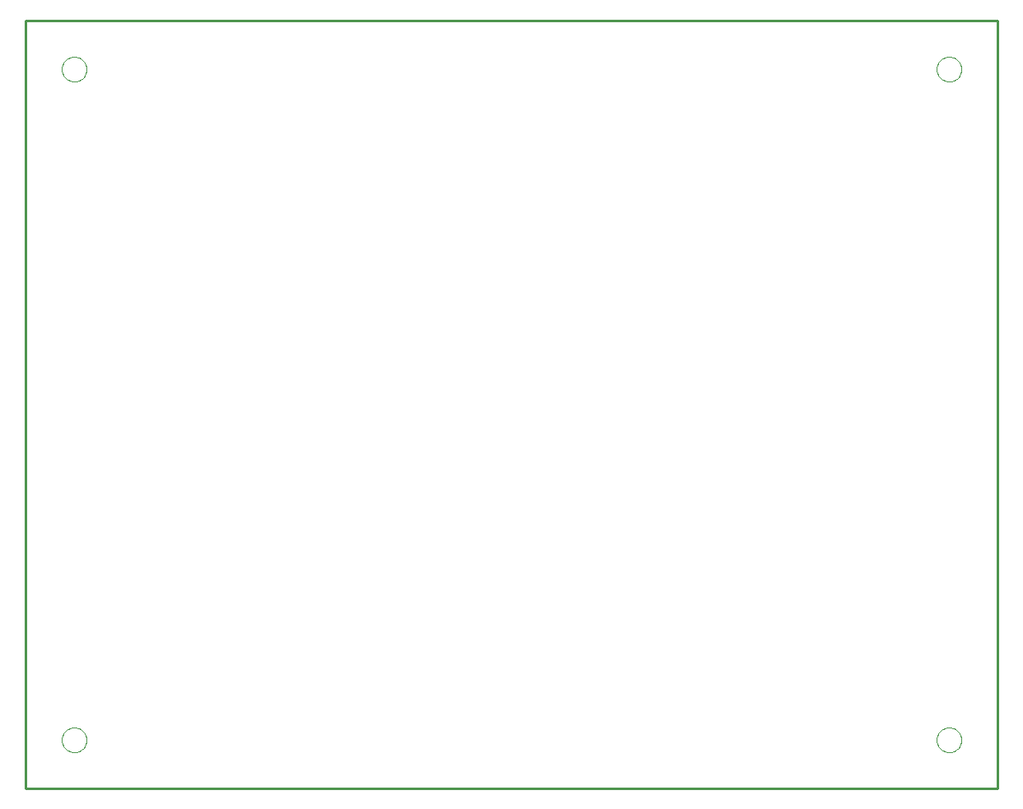
<source format=gbr>
G75*
G70*
%OFA0B0*%
%FSLAX24Y24*%
%IPPOS*%
%LPD*%
%AMOC8*
5,1,8,0,0,1.08239X$1,22.5*
%
%ADD10C,0.0100*%
%ADD11C,0.0000*%
D10*
X000151Y002338D02*
X000151Y033441D01*
X039521Y033441D01*
X039521Y002338D01*
X039526Y002338D01*
X039521Y002338D02*
X000156Y002338D01*
D11*
X001620Y004307D02*
X001622Y004352D01*
X001628Y004398D01*
X001639Y004442D01*
X001653Y004485D01*
X001671Y004527D01*
X001693Y004567D01*
X001718Y004605D01*
X001747Y004640D01*
X001779Y004672D01*
X001813Y004702D01*
X001851Y004728D01*
X001890Y004751D01*
X001931Y004770D01*
X001974Y004785D01*
X002018Y004797D01*
X002063Y004804D01*
X002109Y004807D01*
X002154Y004806D01*
X002199Y004801D01*
X002244Y004791D01*
X002287Y004778D01*
X002330Y004761D01*
X002370Y004740D01*
X002408Y004715D01*
X002444Y004688D01*
X002478Y004657D01*
X002508Y004623D01*
X002535Y004586D01*
X002559Y004547D01*
X002579Y004506D01*
X002595Y004464D01*
X002607Y004420D01*
X002615Y004375D01*
X002619Y004330D01*
X002619Y004284D01*
X002615Y004239D01*
X002607Y004194D01*
X002595Y004150D01*
X002579Y004108D01*
X002559Y004067D01*
X002535Y004028D01*
X002508Y003991D01*
X002478Y003957D01*
X002444Y003926D01*
X002408Y003899D01*
X002370Y003874D01*
X002330Y003853D01*
X002287Y003836D01*
X002244Y003823D01*
X002199Y003813D01*
X002154Y003808D01*
X002109Y003807D01*
X002063Y003810D01*
X002018Y003817D01*
X001974Y003829D01*
X001931Y003844D01*
X001890Y003863D01*
X001851Y003886D01*
X001813Y003912D01*
X001779Y003942D01*
X001747Y003974D01*
X001718Y004009D01*
X001693Y004047D01*
X001671Y004087D01*
X001653Y004129D01*
X001639Y004172D01*
X001628Y004216D01*
X001622Y004262D01*
X001620Y004307D01*
X001620Y031472D02*
X001622Y031517D01*
X001628Y031563D01*
X001639Y031607D01*
X001653Y031650D01*
X001671Y031692D01*
X001693Y031732D01*
X001718Y031770D01*
X001747Y031805D01*
X001779Y031837D01*
X001813Y031867D01*
X001851Y031893D01*
X001890Y031916D01*
X001931Y031935D01*
X001974Y031950D01*
X002018Y031962D01*
X002063Y031969D01*
X002109Y031972D01*
X002154Y031971D01*
X002199Y031966D01*
X002244Y031956D01*
X002287Y031943D01*
X002330Y031926D01*
X002370Y031905D01*
X002408Y031880D01*
X002444Y031853D01*
X002478Y031822D01*
X002508Y031788D01*
X002535Y031751D01*
X002559Y031712D01*
X002579Y031671D01*
X002595Y031629D01*
X002607Y031585D01*
X002615Y031540D01*
X002619Y031495D01*
X002619Y031449D01*
X002615Y031404D01*
X002607Y031359D01*
X002595Y031315D01*
X002579Y031273D01*
X002559Y031232D01*
X002535Y031193D01*
X002508Y031156D01*
X002478Y031122D01*
X002444Y031091D01*
X002408Y031064D01*
X002370Y031039D01*
X002330Y031018D01*
X002287Y031001D01*
X002244Y030988D01*
X002199Y030978D01*
X002154Y030973D01*
X002109Y030972D01*
X002063Y030975D01*
X002018Y030982D01*
X001974Y030994D01*
X001931Y031009D01*
X001890Y031028D01*
X001851Y031051D01*
X001813Y031077D01*
X001779Y031107D01*
X001747Y031139D01*
X001718Y031174D01*
X001693Y031212D01*
X001671Y031252D01*
X001653Y031294D01*
X001639Y031337D01*
X001628Y031381D01*
X001622Y031427D01*
X001620Y031472D01*
X037053Y031472D02*
X037055Y031517D01*
X037061Y031563D01*
X037072Y031607D01*
X037086Y031650D01*
X037104Y031692D01*
X037126Y031732D01*
X037151Y031770D01*
X037180Y031805D01*
X037212Y031837D01*
X037246Y031867D01*
X037284Y031893D01*
X037323Y031916D01*
X037364Y031935D01*
X037407Y031950D01*
X037451Y031962D01*
X037496Y031969D01*
X037542Y031972D01*
X037587Y031971D01*
X037632Y031966D01*
X037677Y031956D01*
X037720Y031943D01*
X037763Y031926D01*
X037803Y031905D01*
X037841Y031880D01*
X037877Y031853D01*
X037911Y031822D01*
X037941Y031788D01*
X037968Y031751D01*
X037992Y031712D01*
X038012Y031671D01*
X038028Y031629D01*
X038040Y031585D01*
X038048Y031540D01*
X038052Y031495D01*
X038052Y031449D01*
X038048Y031404D01*
X038040Y031359D01*
X038028Y031315D01*
X038012Y031273D01*
X037992Y031232D01*
X037968Y031193D01*
X037941Y031156D01*
X037911Y031122D01*
X037877Y031091D01*
X037841Y031064D01*
X037803Y031039D01*
X037763Y031018D01*
X037720Y031001D01*
X037677Y030988D01*
X037632Y030978D01*
X037587Y030973D01*
X037542Y030972D01*
X037496Y030975D01*
X037451Y030982D01*
X037407Y030994D01*
X037364Y031009D01*
X037323Y031028D01*
X037284Y031051D01*
X037246Y031077D01*
X037212Y031107D01*
X037180Y031139D01*
X037151Y031174D01*
X037126Y031212D01*
X037104Y031252D01*
X037086Y031294D01*
X037072Y031337D01*
X037061Y031381D01*
X037055Y031427D01*
X037053Y031472D01*
X037053Y004307D02*
X037055Y004352D01*
X037061Y004398D01*
X037072Y004442D01*
X037086Y004485D01*
X037104Y004527D01*
X037126Y004567D01*
X037151Y004605D01*
X037180Y004640D01*
X037212Y004672D01*
X037246Y004702D01*
X037284Y004728D01*
X037323Y004751D01*
X037364Y004770D01*
X037407Y004785D01*
X037451Y004797D01*
X037496Y004804D01*
X037542Y004807D01*
X037587Y004806D01*
X037632Y004801D01*
X037677Y004791D01*
X037720Y004778D01*
X037763Y004761D01*
X037803Y004740D01*
X037841Y004715D01*
X037877Y004688D01*
X037911Y004657D01*
X037941Y004623D01*
X037968Y004586D01*
X037992Y004547D01*
X038012Y004506D01*
X038028Y004464D01*
X038040Y004420D01*
X038048Y004375D01*
X038052Y004330D01*
X038052Y004284D01*
X038048Y004239D01*
X038040Y004194D01*
X038028Y004150D01*
X038012Y004108D01*
X037992Y004067D01*
X037968Y004028D01*
X037941Y003991D01*
X037911Y003957D01*
X037877Y003926D01*
X037841Y003899D01*
X037803Y003874D01*
X037763Y003853D01*
X037720Y003836D01*
X037677Y003823D01*
X037632Y003813D01*
X037587Y003808D01*
X037542Y003807D01*
X037496Y003810D01*
X037451Y003817D01*
X037407Y003829D01*
X037364Y003844D01*
X037323Y003863D01*
X037284Y003886D01*
X037246Y003912D01*
X037212Y003942D01*
X037180Y003974D01*
X037151Y004009D01*
X037126Y004047D01*
X037104Y004087D01*
X037086Y004129D01*
X037072Y004172D01*
X037061Y004216D01*
X037055Y004262D01*
X037053Y004307D01*
M02*

</source>
